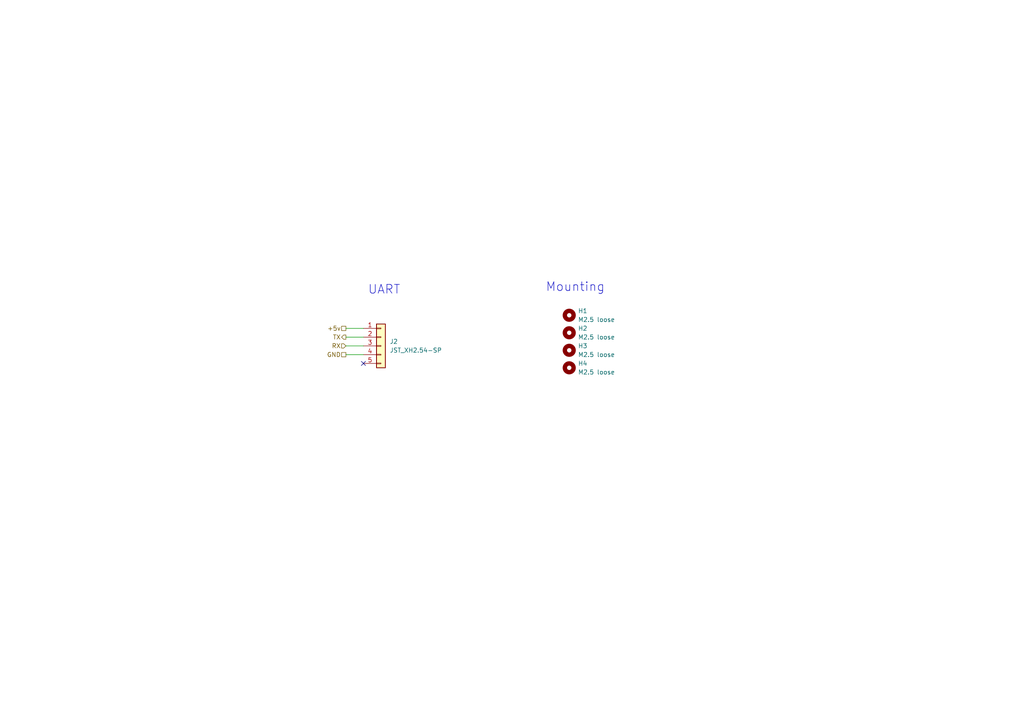
<source format=kicad_sch>
(kicad_sch (version 20250114) (generator "eeschema") (generator_version "9.0")
  (paper "A4")
  (title_block (title "Mote") (date "2025-12-30") (rev "V0.0.0") (company "github.com/usedhondacivic/mote"))
  (lib_symbols
    (symbol "Connector_Generic:Conn_01x05" (pin_names (offset 1.016) (hide yes))
      (property "Reference" "J" (at 0 7.62 0))
      (property "Value" "Conn_01x05" (at 0 -7.62 0))
      (symbol "Conn_01x05_1_1"
        (rectangle (start -1.27 6.35) (end 1.27 -6.35) (stroke (width 0.254)) (fill (type background)))
        (rectangle (start -1.27 5.207) (end 0 4.953) (stroke (width 0.1524)))
        (rectangle (start -1.27 2.667) (end 0 2.413) (stroke (width 0.1524)))
        (rectangle (start -1.27 0.127) (end 0 -0.127) (stroke (width 0.1524)))
        (rectangle (start -1.27 -2.413) (end 0 -2.667) (stroke (width 0.1524)))
        (rectangle (start -1.27 -4.953) (end 0 -5.207) (stroke (width 0.1524)))
        (pin passive line (at -5.08 5.08 0) (length 3.81) (name "Pin_1") (number "1"))
        (pin passive line (at -5.08 2.54 0) (length 3.81) (name "Pin_2") (number "2"))
        (pin passive line (at -5.08 0 0) (length 3.81) (name "Pin_3") (number "3"))
        (pin passive line (at -5.08 -2.54 0) (length 3.81) (name "Pin_4") (number "4"))
        (pin passive line (at -5.08 -5.08 0) (length 3.81) (name "Pin_5") (number "5"))
      )
    )
    (symbol "Mechanical:MountingHole" (pin_names (offset 1.016)) (in_bom no)
      (property "Reference" "H" (at 0 5.08 0))
      (property "Value" "MountingHole" (at 0 3.175 0))
      (symbol "MountingHole_0_1"
        (circle (center 0 0) (radius 1.27) (stroke (width 1.27)))
      )
    )
  )
  (text "UART" (at 106.68 85.598 0) (effects (font (size 2.54 2.54)) (justify left bottom)))
  (text "Mounting" (at 158.242 84.836 0) (effects (font (size 2.54 2.54)) (justify left bottom)))
  (no_connect (at 105.41 105.41))
  (wire (pts (xy 100.33 97.79) (xy 105.41 97.79)))
  (wire (pts (xy 100.33 102.87) (xy 105.41 102.87)))
  (wire (pts (xy 100.33 95.25) (xy 105.41 95.25)))
  (wire (pts (xy 100.33 100.33) (xy 105.41 100.33)))
  (hierarchical_label "+5v" (shape passive) (at 100.33 95.25 180))
  (hierarchical_label "TX" (shape output) (at 100.33 97.79 180))
  (hierarchical_label "RX" (shape input) (at 100.33 100.33 180))
  (hierarchical_label "GND" (shape passive) (at 100.33 102.87 180))
  (symbol (lib_id "Mechanical:MountingHole") (at 165.1 91.44 0) (unit 1) (in_bom no)
    (property "Reference" "H1" (at 167.64 90.1699 0) (effects (justify left)))
    (property "Value" "M2.5 loose" (at 167.64 92.7099 0) (effects (justify left)))
    (property "Footprint" "MountingHole:MountingHole_2.7mm_M2.5" (effects (hide yes)))
    (property "Description" "Mounting Hole without connection" (effects (hide yes)))
  )
  (symbol (lib_id "Mechanical:MountingHole") (at 165.1 101.6 0) (unit 1) (in_bom no)
    (property "Reference" "H3" (at 167.64 100.3299 0) (effects (justify left)))
    (property "Value" "M2.5 loose" (at 167.64 102.8699 0) (effects (justify left)))
    (property "Footprint" "MountingHole:MountingHole_2.7mm_M2.5" (effects (hide yes)))
    (property "Description" "Mounting Hole without connection" (effects (hide yes)))
  )
  (symbol (lib_id "Connector_Generic:Conn_01x05") (at 110.49 100.33 0) (unit 1)
    (property "Reference" "J2" (at 113.03 99.0599 0) (effects (justify left)))
    (property "Value" "JST_XH2.54-SP" (at 113.03 101.5999 0) (effects (justify left)))
    (property "Footprint" "Connector_JST:JST_XH_S5B-XH-A_1x05_P2.50mm_Horizontal" (effects (hide yes)))
    (property "Description" "Generic connector, single row, 01x05, script generated (kicad-library-utils/schlib/autogen/connector/)" (effects (hide yes)))
  )
  (symbol (lib_id "Mechanical:MountingHole") (at 165.1 96.52 0) (unit 1) (in_bom no)
    (property "Reference" "H2" (at 167.64 95.2499 0) (effects (justify left)))
    (property "Value" "M2.5 loose" (at 167.64 97.7899 0) (effects (justify left)))
    (property "Footprint" "MountingHole:MountingHole_2.7mm_M2.5" (effects (hide yes)))
    (property "Description" "Mounting Hole without connection" (effects (hide yes)))
  )
  (symbol (lib_id "Mechanical:MountingHole") (at 165.1 106.68 0) (unit 1) (in_bom no)
    (property "Reference" "H4" (at 167.64 105.4099 0) (effects (justify left)))
    (property "Value" "M2.5 loose" (at 167.64 107.9499 0) (effects (justify left)))
    (property "Footprint" "MountingHole:MountingHole_2.7mm_M2.5" (effects (hide yes)))
    (property "Description" "Mounting Hole without connection" (effects (hide yes)))
  )
)
</source>
